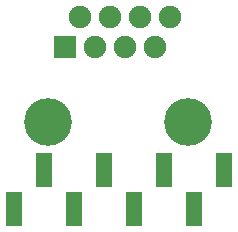
<source format=gbs>
G04 #@! TF.FileFunction,Soldermask,Bot*
%FSLAX46Y46*%
G04 Gerber Fmt 4.6, Leading zero omitted, Abs format (unit mm)*
G04 Created by KiCad (PCBNEW 4.0.7-e2-6376~58~ubuntu16.04.1) date Sat Jan 13 09:50:08 2018*
%MOMM*%
%LPD*%
G01*
G04 APERTURE LIST*
%ADD10C,0.100000*%
%ADD11C,4.050000*%
%ADD12R,1.900000X1.900000*%
%ADD13C,1.900000*%
%ADD14R,1.400000X2.910000*%
G04 APERTURE END LIST*
D10*
D11*
X158881000Y-111354000D03*
X147011000Y-111354000D03*
D12*
X148501000Y-105004000D03*
D13*
X149771000Y-102464000D03*
X151041000Y-105004000D03*
X152311000Y-102464000D03*
X153581000Y-105004000D03*
X154851000Y-102464000D03*
X156121000Y-105004000D03*
X157391000Y-102464000D03*
D14*
X146685000Y-115435000D03*
X151765000Y-115435000D03*
X156845000Y-115435000D03*
X161925000Y-115435000D03*
X144145000Y-118745000D03*
X149225000Y-118745000D03*
X154305000Y-118745000D03*
X159385000Y-118745000D03*
M02*

</source>
